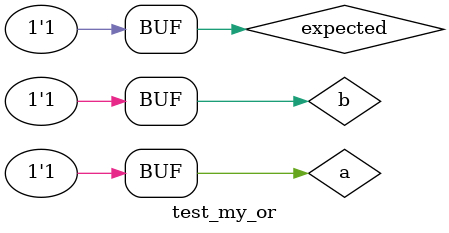
<source format=v>
module test_my_or();
   reg a;
   reg b;
   reg expected;
   
   wire c;

   my_or u1(c, a, b);

   initial 
     begin
	a = 0;
	b = 0;
	expected = 0;

	#1 a = 0;
	b = 1;
	expected = 1;
	
	#1 a = 1;
	b = 0;
	expected = 1;
	
	#1 a = 1;
	b = 1;
	expected = 1;
     end

   initial
     $monitor("my_or %d %b %b (%b %b)", $time, a, b, c, expected);
   
endmodule

</source>
